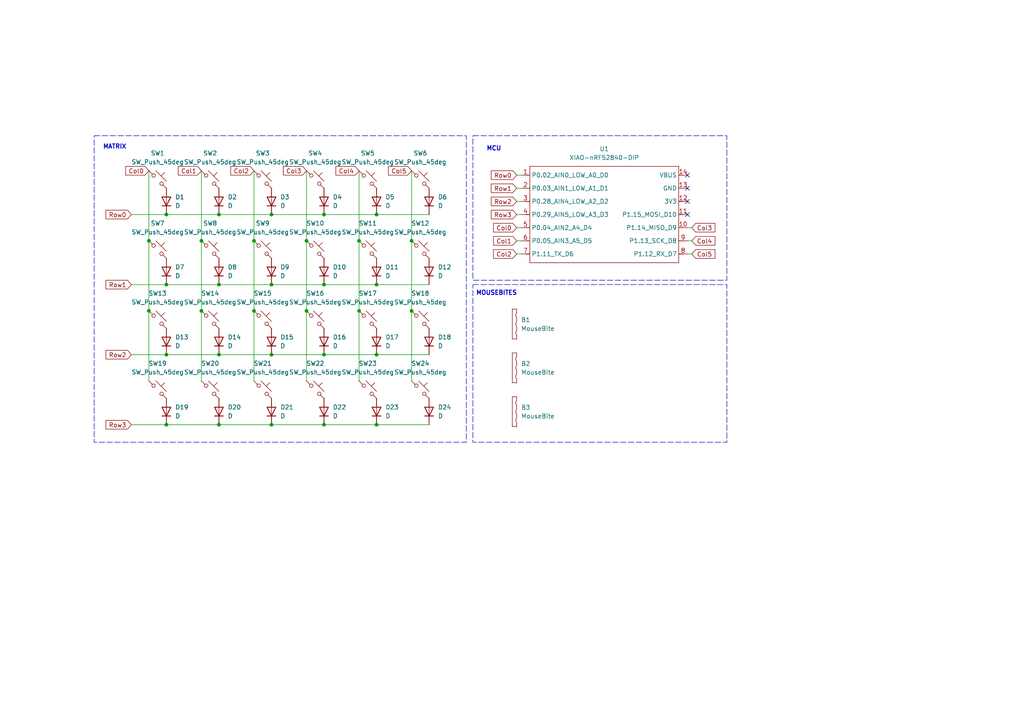
<source format=kicad_sch>
(kicad_sch (version 20250114) (generator "eeschema") (generator_version "9.0")
  (paper "A4")
  (lib_symbols
    (symbol "Device:D" (pin_numbers (hide yes)) (pin_names (offset 1.016) (hide yes))
      (property "Reference" "D" (at 0 2.54 0))
      (property "Value" "D" (at 0 -2.54 0))
      (symbol "D_0_1"
        (polyline (pts (xy -1.27 1.27) (xy -1.27 -1.27)) (stroke (width 0.254)))
        (polyline (pts (xy 1.27 1.27) (xy 1.27 -1.27) (xy -1.27 0) (xy 1.27 1.27)) (stroke (width 0.254)))
        (polyline (pts (xy 1.27 0) (xy -1.27 0)))
      )
      (symbol "D_1_1"
        (pin passive line (at -3.81 0 0) (length 2.54) (name "K") (number "1"))
        (pin passive line (at 3.81 0 180) (length 2.54) (name "A") (number "2"))
      )
    )
    (symbol "Mechanical:MouseBite" (exclude_from_sim yes) (in_bom no)
      (property "Reference" "B" (at 0.635 5.715 0))
      (property "Value" "MouseBite" (at 0.635 -5.08 0))
      (symbol "MouseBite_1_1"
        (polyline (pts (xy 0 4.32) (xy 1.27 4.32)))
        (polyline (pts (xy 0 -4.32) (xy 0 4.32)))
        (polyline (pts (xy 0 -4.32) (xy 1.27 -4.32)))
        (polyline (pts (xy 1.27 4.32) (xy 1.27 3.175)))
        (polyline (pts (xy 1.27 0.635) (xy 1.27 1.905)))
        (polyline (pts (xy 1.27 -1.905) (xy 1.27 -0.635)))
        (polyline (pts (xy 1.27 -3.175) (xy 1.27 -4.445)))
        (arc (start 1.27 1.905) (mid 1.0031 2.54) (end 1.27 3.175))
        (arc (start 1.27 -0.635) (mid 1.0031 0) (end 1.27 0.635))
        (arc (start 1.27 -3.175) (mid 1.007 -2.54) (end 1.27 -1.905))
      )
    )
    (symbol "Switch:SW_Push_45deg" (pin_numbers (hide yes)) (pin_names (offset 1.016) (hide yes))
      (property "Reference" "SW" (at 3.048 1.016 0))
      (property "Value" "SW_Push_45deg" (at 0 -3.81 0))
      (symbol "SW_Push_45deg_0_1"
        (polyline (pts (xy -2.54 2.54) (xy -1.524 1.524) (xy -1.524 1.524)))
        (circle (center -1.1684 1.1684) (radius 0.508))
        (polyline (pts (xy -0.508 2.54) (xy 2.54 -0.508)))
        (polyline (pts (xy 1.016 1.016) (xy 2.032 2.032)))
        (circle (center 1.143 -1.1938) (radius 0.508))
        (polyline (pts (xy 1.524 -1.524) (xy 2.54 -2.54) (xy 2.54 -2.54) (xy 2.54 -2.54)))
        (pin passive line (at -2.54 2.54 0) (length 0) (name "1") (number "1"))
        (pin passive line (at 2.54 -2.54 180) (length 0) (name "2") (number "2"))
      )
    )
    (symbol "XIAO:XIAO-nRF52840-DIP"
      (property "Reference" "U" (at -3.048 1.778 0))
      (property "Value" "XIAO-nRF52840-DIP" (at 3.048 -0.254 0))
      (symbol "XIAO-nRF52840-DIP_1_0"
        (polyline (pts (xy -3.81 -1.27) (xy 39.37 -1.27)) (stroke (width 0.1524)))
        (polyline (pts (xy -3.81 -3.81) (xy -5.08 -3.81)) (stroke (width 0.1524)))
        (polyline (pts (xy -3.81 -3.81) (xy -3.81 -1.27)) (stroke (width 0.1524)))
        (polyline (pts (xy -3.81 -7.62) (xy -5.08 -7.62)) (stroke (width 0.1524)))
        (polyline (pts (xy -3.81 -7.62) (xy -3.81 -3.81)) (stroke (width 0.1524)))
        (polyline (pts (xy -3.81 -11.43) (xy -5.08 -11.43)) (stroke (width 0.1524)))
        (polyline (pts (xy -3.81 -11.43) (xy -3.81 -7.62)) (stroke (width 0.1524)))
        (polyline (pts (xy -3.81 -15.24) (xy -5.08 -15.24)) (stroke (width 0.1524)))
        (polyline (pts (xy -3.81 -15.24) (xy -3.81 -11.43)) (stroke (width 0.1524)))
        (polyline (pts (xy -3.81 -19.05) (xy -5.08 -19.05)) (stroke (width 0.1524)))
        (polyline (pts (xy -3.81 -22.86) (xy -5.08 -22.86)) (stroke (width 0.1524)))
        (polyline (pts (xy -3.81 -26.67) (xy -5.08 -26.67)) (stroke (width 0.1524)))
        (polyline (pts (xy -3.81 -29.21) (xy -3.81 -15.24)) (stroke (width 0.1524)))
        (polyline (pts (xy 39.37 -1.27) (xy 39.37 -3.81)) (stroke (width 0.1524)))
        (polyline (pts (xy 39.37 -3.81) (xy 39.37 -7.62)) (stroke (width 0.1524)))
        (polyline (pts (xy 39.37 -7.62) (xy 39.37 -11.43)) (stroke (width 0.1524)))
        (polyline (pts (xy 39.37 -11.43) (xy 39.37 -29.21)) (stroke (width 0.1524)))
        (polyline (pts (xy 39.37 -29.21) (xy -3.81 -29.21)) (stroke (width 0.1524)))
        (polyline (pts (xy 40.64 -3.81) (xy 39.37 -3.81)) (stroke (width 0.1524)))
        (polyline (pts (xy 40.64 -7.62) (xy 39.37 -7.62)) (stroke (width 0.1524)))
        (polyline (pts (xy 40.64 -11.43) (xy 39.37 -11.43)) (stroke (width 0.1524)))
        (polyline (pts (xy 40.64 -15.24) (xy 39.37 -15.24)) (stroke (width 0.1524)))
        (polyline (pts (xy 40.64 -19.05) (xy 39.37 -19.05)) (stroke (width 0.1524)))
        (polyline (pts (xy 40.64 -22.86) (xy 39.37 -22.86)) (stroke (width 0.1524)))
        (polyline (pts (xy 40.64 -26.67) (xy 39.37 -26.67)) (stroke (width 0.1524)))
        (pin passive line (at -6.35 -3.81 0) (length 2.54) (name "P0.02_AIN0_LOW_A0_D0") (number "1"))
        (pin passive line (at -6.35 -7.62 0) (length 2.54) (name "P0.03_AIN1_LOW_A1_D1") (number "2"))
        (pin passive line (at -6.35 -11.43 0) (length 2.54) (name "P0.28_AIN4_LOW_A2_D2") (number "3"))
        (pin passive line (at -6.35 -15.24 0) (length 2.54) (name "P0.29_AIN5_LOW_A3_D3") (number "4"))
        (pin passive line (at -6.35 -19.05 0) (length 2.54) (name "P0.04_AIN2_A4_D4") (number "5"))
        (pin passive line (at -6.35 -22.86 0) (length 2.54) (name "P0.05_AIN3_A5_D5") (number "6"))
        (pin passive line (at -6.35 -26.67 0) (length 2.54) (name "P1.11_TX_D6") (number "7"))
        (pin passive line (at 41.91 -3.81 180) (length 2.54) (name "VBUS") (number "14"))
        (pin passive line (at 41.91 -7.62 180) (length 2.54) (name "GND") (number "13"))
        (pin passive line (at 41.91 -11.43 180) (length 2.54) (name "3V3") (number "12"))
        (pin passive line (at 41.91 -15.24 180) (length 2.54) (name "P1.15_MOSI_D10") (number "11"))
        (pin passive line (at 41.91 -19.05 180) (length 2.54) (name "P1.14_MISO_D9") (number "10"))
        (pin passive line (at 41.91 -22.86 180) (length 2.54) (name "P1.13_SCK_D8") (number "9"))
        (pin passive line (at 41.91 -26.67 180) (length 2.54) (name "P1.12_RX_D7") (number "8"))
      )
    )
  )
  (rectangle (start 137.16 39.37) (end 210.82 81.28) (stroke (width 0) (type dash)))
  (rectangle (start 137.16 82.55) (end 210.82 128.27) (stroke (width 0) (type dash)))
  (rectangle (start 27.305 39.37) (end 135.255 128.27) (stroke (width 0) (type dash)))
  (text "MOUSEBITES" (at 144.018 85.09 0) (effects (font (size 1.27 1.27) (thickness 0.254) (bold yes))))
  (text "MATRIX" (at 33.274 42.672 0) (effects (font (size 1.27 1.27) (thickness 0.254) (bold yes))))
  (text "MCU\n" (at 143.256 43.18 0) (effects (font (size 1.27 1.27) (thickness 0.254) (bold yes))))
  (junction (at 48.26 102.87))
  (junction (at 93.98 82.55))
  (junction (at 78.74 82.55))
  (junction (at 109.22 102.87))
  (junction (at 78.74 102.87))
  (junction (at 58.42 69.85))
  (junction (at 58.42 90.17))
  (junction (at 63.5 82.55))
  (junction (at 63.5 62.23))
  (junction (at 104.14 90.17))
  (junction (at 109.22 62.23))
  (junction (at 109.22 82.55))
  (junction (at 48.26 123.19))
  (junction (at 48.26 62.23))
  (junction (at 93.98 123.19))
  (junction (at 119.38 69.85))
  (junction (at 63.5 123.19))
  (junction (at 73.66 69.85))
  (junction (at 73.66 90.17))
  (junction (at 88.9 69.85))
  (junction (at 63.5 102.87))
  (junction (at 119.38 90.17))
  (junction (at 109.22 123.19))
  (junction (at 93.98 102.87))
  (junction (at 78.74 62.23))
  (junction (at 78.74 123.19))
  (junction (at 43.18 69.85))
  (junction (at 88.9 90.17))
  (junction (at 93.98 62.23))
  (junction (at 48.26 82.55))
  (junction (at 104.14 69.85))
  (junction (at 43.18 90.17))
  (no_connect (at 199.39 58.42))
  (no_connect (at 199.39 62.23))
  (no_connect (at 199.39 54.61))
  (no_connect (at 199.39 50.8))
  (wire (pts (xy 63.5 123.19) (xy 78.74 123.19)))
  (wire (pts (xy 149.86 69.85) (xy 151.13 69.85)))
  (wire (pts (xy 93.98 102.87) (xy 109.22 102.87)))
  (wire (pts (xy 149.86 54.61) (xy 151.13 54.61)))
  (wire (pts (xy 200.66 66.04) (xy 199.39 66.04)))
  (wire (pts (xy 78.74 102.87) (xy 93.98 102.87)))
  (wire (pts (xy 88.9 90.17) (xy 88.9 110.49)))
  (wire (pts (xy 48.26 62.23) (xy 63.5 62.23)))
  (wire (pts (xy 48.26 102.87) (xy 63.5 102.87)))
  (wire (pts (xy 109.22 102.87) (xy 124.46 102.87)))
  (wire (pts (xy 93.98 62.23) (xy 109.22 62.23)))
  (wire (pts (xy 38.1 123.19) (xy 48.26 123.19)))
  (wire (pts (xy 38.1 62.23) (xy 48.26 62.23)))
  (wire (pts (xy 58.42 49.53) (xy 58.42 69.85)))
  (wire (pts (xy 109.22 82.55) (xy 124.46 82.55)))
  (wire (pts (xy 149.86 58.42) (xy 151.13 58.42)))
  (wire (pts (xy 104.14 90.17) (xy 104.14 110.49)))
  (wire (pts (xy 109.22 62.23) (xy 124.46 62.23)))
  (wire (pts (xy 78.74 62.23) (xy 93.98 62.23)))
  (wire (pts (xy 109.22 123.19) (xy 124.46 123.19)))
  (wire (pts (xy 63.5 102.87) (xy 78.74 102.87)))
  (wire (pts (xy 73.66 69.85) (xy 73.66 90.17)))
  (wire (pts (xy 93.98 82.55) (xy 109.22 82.55)))
  (wire (pts (xy 149.86 66.04) (xy 151.13 66.04)))
  (wire (pts (xy 149.86 73.66) (xy 151.13 73.66)))
  (wire (pts (xy 119.38 69.85) (xy 119.38 90.17)))
  (wire (pts (xy 43.18 90.17) (xy 43.18 110.49)))
  (wire (pts (xy 63.5 82.55) (xy 78.74 82.55)))
  (wire (pts (xy 200.66 73.66) (xy 199.39 73.66)))
  (wire (pts (xy 88.9 49.53) (xy 88.9 69.85)))
  (wire (pts (xy 63.5 62.23) (xy 78.74 62.23)))
  (wire (pts (xy 48.26 82.55) (xy 63.5 82.55)))
  (wire (pts (xy 73.66 90.17) (xy 73.66 110.49)))
  (wire (pts (xy 119.38 90.17) (xy 119.38 110.49)))
  (wire (pts (xy 58.42 90.17) (xy 58.42 110.49)))
  (wire (pts (xy 78.74 82.55) (xy 93.98 82.55)))
  (wire (pts (xy 48.26 123.19) (xy 63.5 123.19)))
  (wire (pts (xy 104.14 49.53) (xy 104.14 69.85)))
  (wire (pts (xy 200.66 69.85) (xy 199.39 69.85)))
  (wire (pts (xy 104.14 69.85) (xy 104.14 90.17)))
  (wire (pts (xy 38.1 82.55) (xy 48.26 82.55)))
  (wire (pts (xy 78.74 123.19) (xy 93.98 123.19)))
  (wire (pts (xy 38.1 102.87) (xy 48.26 102.87)))
  (wire (pts (xy 43.18 69.85) (xy 43.18 90.17)))
  (wire (pts (xy 73.66 49.53) (xy 73.66 69.85)))
  (wire (pts (xy 149.86 50.8) (xy 151.13 50.8)))
  (wire (pts (xy 43.18 49.53) (xy 43.18 69.85)))
  (wire (pts (xy 149.86 62.23) (xy 151.13 62.23)))
  (wire (pts (xy 58.42 69.85) (xy 58.42 90.17)))
  (wire (pts (xy 119.38 49.53) (xy 119.38 69.85)))
  (wire (pts (xy 88.9 69.85) (xy 88.9 90.17)))
  (wire (pts (xy 93.98 123.19) (xy 109.22 123.19)))
  (global_label "Col1" (shape input) (at 149.86 69.85 180) (property "Intersheetrefs" "${INTERSHEET_REFS}" (effects (hide yes))))
  (global_label "Col2" (shape input) (at 73.66 49.53 180) (property "Intersheetrefs" "${INTERSHEET_REFS}" (effects (hide yes))))
  (global_label "Row1" (shape input) (at 38.1 82.55 180) (property "Intersheetrefs" "${INTERSHEET_REFS}" (effects (hide yes))))
  (global_label "Row2" (shape input) (at 149.86 58.42 180) (property "Intersheetrefs" "${INTERSHEET_REFS}" (effects (hide yes))))
  (global_label "Row3" (shape input) (at 149.86 62.23 180) (property "Intersheetrefs" "${INTERSHEET_REFS}" (effects (hide yes))))
  (global_label "Row1" (shape input) (at 149.86 54.61 180) (property "Intersheetrefs" "${INTERSHEET_REFS}" (effects (hide yes))))
  (global_label "Row2" (shape input) (at 38.1 102.87 180) (property "Intersheetrefs" "${INTERSHEET_REFS}" (effects (hide yes))))
  (global_label "Col0" (shape input) (at 43.18 49.53 180) (property "Intersheetrefs" "${INTERSHEET_REFS}" (effects (hide yes))))
  (global_label "Col0" (shape input) (at 149.86 66.04 180) (property "Intersheetrefs" "${INTERSHEET_REFS}" (effects (hide yes))))
  (global_label "Col4" (shape input) (at 200.66 69.85 0) (property "Intersheetrefs" "${INTERSHEET_REFS}" (effects (hide yes))))
  (global_label "Row0" (shape input) (at 149.86 50.8 180) (property "Intersheetrefs" "${INTERSHEET_REFS}" (effects (hide yes))))
  (global_label "Col1" (shape input) (at 58.42 49.53 180) (property "Intersheetrefs" "${INTERSHEET_REFS}" (effects (hide yes))))
  (global_label "Col4" (shape input) (at 104.14 49.53 180) (property "Intersheetrefs" "${INTERSHEET_REFS}" (effects (hide yes))))
  (global_label "Col3" (shape input) (at 200.66 66.04 0) (property "Intersheetrefs" "${INTERSHEET_REFS}" (effects (hide yes))))
  (global_label "Row3" (shape input) (at 38.1 123.19 180) (property "Intersheetrefs" "${INTERSHEET_REFS}" (effects (hide yes))))
  (global_label "Col5" (shape input) (at 200.66 73.66 0) (property "Intersheetrefs" "${INTERSHEET_REFS}" (effects (hide yes))))
  (global_label "Col5" (shape input) (at 119.38 49.53 180) (property "Intersheetrefs" "${INTERSHEET_REFS}" (effects (hide yes))))
  (global_label "Col3" (shape input) (at 88.9 49.53 180) (property "Intersheetrefs" "${INTERSHEET_REFS}" (effects (hide yes))))
  (global_label "Row0" (shape input) (at 38.1 62.23 180) (property "Intersheetrefs" "${INTERSHEET_REFS}" (effects (hide yes))))
  (global_label "Col2" (shape input) (at 149.86 73.66 180) (property "Intersheetrefs" "${INTERSHEET_REFS}" (effects (hide yes))))
  (symbol (lib_id "Device:D") (at 78.74 78.74 90) (unit 1)
    (property "Reference" "D9" (at 81.28 77.4699 90) (effects (justify right)))
    (property "Value" "D" (at 81.28 80.0099 90) (effects (justify right)))
    (property "Footprint" "Diode_SMD:D_SOD-123" (effects (hide yes)))
    (property "Description" "Diode" (effects (hide yes)))
    (property "Sim.Device" "D" (effects (hide yes)))
    (property "Sim.Pins" "1=K 2=A" (effects (hide yes)))
  )
  (symbol (lib_id "Switch:SW_Push_45deg") (at 60.96 92.71 0) (unit 1)
    (property "Reference" "SW14" (at 60.96 85.09 0))
    (property "Value" "SW_Push_45deg" (at 60.96 87.63 0))
    (property "Footprint" "Taps Keyboard shit:SW_Cherry_MX_1.00u_PCB" (effects (hide yes)))
    (property "Description" "Push button switch, normally open, two pins, 45° tilted" (effects (hide yes)))
  )
  (symbol (lib_id "Switch:SW_Push_45deg") (at 60.96 52.07 0) (unit 1)
    (property "Reference" "SW2" (at 60.96 44.45 0))
    (property "Value" "SW_Push_45deg" (at 60.96 46.99 0))
    (property "Footprint" "Taps Keyboard shit:SW_Cherry_MX_1.00u_PCB" (effects (hide yes)))
    (property "Description" "Push button switch, normally open, two pins, 45° tilted" (effects (hide yes)))
  )
  (symbol (lib_id "Switch:SW_Push_45deg") (at 106.68 113.03 0) (unit 1)
    (property "Reference" "SW23" (at 106.68 105.41 0))
    (property "Value" "SW_Push_45deg" (at 106.68 107.95 0))
    (property "Footprint" "Taps Keyboard shit:SW_Cherry_MX_1.00u_PCB" (effects (hide yes)))
    (property "Description" "Push button switch, normally open, two pins, 45° tilted" (effects (hide yes)))
  )
  (symbol (lib_id "Device:D") (at 78.74 58.42 90) (unit 1)
    (property "Reference" "D3" (at 81.28 57.1499 90) (effects (justify right)))
    (property "Value" "D" (at 81.28 59.6899 90) (effects (justify right)))
    (property "Footprint" "Diode_SMD:D_SOD-123" (effects (hide yes)))
    (property "Description" "Diode" (effects (hide yes)))
    (property "Sim.Device" "D" (effects (hide yes)))
    (property "Sim.Pins" "1=K 2=A" (effects (hide yes)))
  )
  (symbol (lib_id "Mechanical:MouseBite") (at 148.59 106.68 0) (unit 1) (exclude_from_sim yes) (in_bom no)
    (property "Reference" "B2" (at 151.13 105.4724 0) (effects (justify left)))
    (property "Value" "MouseBite" (at 151.13 108.0124 0) (effects (justify left)))
    (property "Footprint" "Panelization:MouseBite-Slot_2.0x2.0mm_outset_D0.5mm_P0.85mm_3h" (effects (hide yes)))
    (property "Description" "Mouse bites, break lines" (effects (hide yes)))
  )
  (symbol (lib_id "Device:D") (at 48.26 119.38 90) (unit 1)
    (property "Reference" "D19" (at 50.8 118.1099 90) (effects (justify right)))
    (property "Value" "D" (at 50.8 120.6499 90) (effects (justify right)))
    (property "Footprint" "Diode_SMD:D_SOD-123" (effects (hide yes)))
    (property "Description" "Diode" (effects (hide yes)))
    (property "Sim.Device" "D" (effects (hide yes)))
    (property "Sim.Pins" "1=K 2=A" (effects (hide yes)))
  )
  (symbol (lib_id "Switch:SW_Push_45deg") (at 121.92 52.07 0) (unit 1)
    (property "Reference" "SW6" (at 121.92 44.45 0))
    (property "Value" "SW_Push_45deg" (at 121.92 46.99 0))
    (property "Footprint" "Taps Keyboard shit:SW_Cherry_MX_1.00u_PCB" (effects (hide yes)))
    (property "Description" "Push button switch, normally open, two pins, 45° tilted" (effects (hide yes)))
  )
  (symbol (lib_id "Switch:SW_Push_45deg") (at 76.2 92.71 0) (unit 1)
    (property "Reference" "SW15" (at 76.2 85.09 0))
    (property "Value" "SW_Push_45deg" (at 76.2 87.63 0))
    (property "Footprint" "Taps Keyboard shit:SW_Cherry_MX_1.00u_PCB" (effects (hide yes)))
    (property "Description" "Push button switch, normally open, two pins, 45° tilted" (effects (hide yes)))
  )
  (symbol (lib_id "Switch:SW_Push_45deg") (at 91.44 92.71 0) (unit 1)
    (property "Reference" "SW16" (at 91.44 85.09 0))
    (property "Value" "SW_Push_45deg" (at 91.44 87.63 0))
    (property "Footprint" "Taps Keyboard shit:SW_Cherry_MX_1.00u_PCB" (effects (hide yes)))
    (property "Description" "Push button switch, normally open, two pins, 45° tilted" (effects (hide yes)))
  )
  (symbol (lib_id "Switch:SW_Push_45deg") (at 121.92 113.03 0) (unit 1)
    (property "Reference" "SW24" (at 121.92 105.41 0))
    (property "Value" "SW_Push_45deg" (at 121.92 107.95 0))
    (property "Footprint" "Taps Keyboard shit:SW_Cherry_MX_1.00u_PCB" (effects (hide yes)))
    (property "Description" "Push button switch, normally open, two pins, 45° tilted" (effects (hide yes)))
  )
  (symbol (lib_id "Switch:SW_Push_45deg") (at 121.92 72.39 0) (unit 1)
    (property "Reference" "SW12" (at 121.92 64.77 0))
    (property "Value" "SW_Push_45deg" (at 121.92 67.31 0))
    (property "Footprint" "Taps Keyboard shit:SW_Cherry_MX_1.00u_PCB" (effects (hide yes)))
    (property "Description" "Push button switch, normally open, two pins, 45° tilted" (effects (hide yes)))
  )
  (symbol (lib_id "Device:D") (at 63.5 99.06 90) (unit 1)
    (property "Reference" "D14" (at 66.04 97.7899 90) (effects (justify right)))
    (property "Value" "D" (at 66.04 100.3299 90) (effects (justify right)))
    (property "Footprint" "Diode_SMD:D_SOD-123" (effects (hide yes)))
    (property "Description" "Diode" (effects (hide yes)))
    (property "Sim.Device" "D" (effects (hide yes)))
    (property "Sim.Pins" "1=K 2=A" (effects (hide yes)))
  )
  (symbol (lib_id "Switch:SW_Push_45deg") (at 106.68 92.71 0) (unit 1)
    (property "Reference" "SW17" (at 106.68 85.09 0))
    (property "Value" "SW_Push_45deg" (at 106.68 87.63 0))
    (property "Footprint" "Taps Keyboard shit:SW_Cherry_MX_1.00u_PCB" (effects (hide yes)))
    (property "Description" "Push button switch, normally open, two pins, 45° tilted" (effects (hide yes)))
  )
  (symbol (lib_id "XIAO:XIAO-nRF52840-DIP") (at 157.48 46.99 0) (unit 1)
    (property "Reference" "U1" (at 175.26 43.18 0))
    (property "Value" "XIAO-nRF52840-DIP" (at 175.26 45.72 0))
    (property "Footprint" "XIAO:XIAO-nRF52840-DIP" (effects (hide yes)))
  )
  (symbol (lib_id "Switch:SW_Push_45deg") (at 76.2 72.39 0) (unit 1)
    (property "Reference" "SW9" (at 76.2 64.77 0))
    (property "Value" "SW_Push_45deg" (at 76.2 67.31 0))
    (property "Footprint" "Taps Keyboard shit:SW_Cherry_MX_1.00u_PCB" (effects (hide yes)))
    (property "Description" "Push button switch, normally open, two pins, 45° tilted" (effects (hide yes)))
  )
  (symbol (lib_id "Switch:SW_Push_45deg") (at 91.44 72.39 0) (unit 1)
    (property "Reference" "SW10" (at 91.44 64.77 0))
    (property "Value" "SW_Push_45deg" (at 91.44 67.31 0))
    (property "Footprint" "Taps Keyboard shit:SW_Cherry_MX_1.00u_PCB" (effects (hide yes)))
    (property "Description" "Push button switch, normally open, two pins, 45° tilted" (effects (hide yes)))
  )
  (symbol (lib_id "Switch:SW_Push_45deg") (at 76.2 113.03 0) (unit 1)
    (property "Reference" "SW21" (at 76.2 105.41 0))
    (property "Value" "SW_Push_45deg" (at 76.2 107.95 0))
    (property "Footprint" "Taps Keyboard shit:SW_Cherry_MX_1.00u_PCB" (effects (hide yes)))
    (property "Description" "Push button switch, normally open, two pins, 45° tilted" (effects (hide yes)))
  )
  (symbol (lib_id "Switch:SW_Push_45deg") (at 106.68 72.39 0) (unit 1)
    (property "Reference" "SW11" (at 106.68 64.77 0))
    (property "Value" "SW_Push_45deg" (at 106.68 67.31 0))
    (property "Footprint" "Taps Keyboard shit:SW_Cherry_MX_1.00u_PCB" (effects (hide yes)))
    (property "Description" "Push button switch, normally open, two pins, 45° tilted" (effects (hide yes)))
  )
  (symbol (lib_id "Device:D") (at 124.46 119.38 90) (unit 1)
    (property "Reference" "D24" (at 127 118.1099 90) (effects (justify right)))
    (property "Value" "D" (at 127 120.6499 90) (effects (justify right)))
    (property "Footprint" "Diode_SMD:D_SOD-123" (effects (hide yes)))
    (property "Description" "Diode" (effects (hide yes)))
    (property "Sim.Device" "D" (effects (hide yes)))
    (property "Sim.Pins" "1=K 2=A" (effects (hide yes)))
  )
  (symbol (lib_id "Device:D") (at 63.5 58.42 90) (unit 1)
    (property "Reference" "D2" (at 66.04 57.1499 90) (effects (justify right)))
    (property "Value" "D" (at 66.04 59.6899 90) (effects (justify right)))
    (property "Footprint" "Diode_SMD:D_SOD-123" (effects (hide yes)))
    (property "Description" "Diode" (effects (hide yes)))
    (property "Sim.Device" "D" (effects (hide yes)))
    (property "Sim.Pins" "1=K 2=A" (effects (hide yes)))
  )
  (symbol (lib_id "Switch:SW_Push_45deg") (at 45.72 113.03 0) (unit 1)
    (property "Reference" "SW19" (at 45.72 105.41 0))
    (property "Value" "SW_Push_45deg" (at 45.72 107.95 0))
    (property "Footprint" "Taps Keyboard shit:SW_Cherry_MX_1.00u_PCB" (effects (hide yes)))
    (property "Description" "Push button switch, normally open, two pins, 45° tilted" (effects (hide yes)))
  )
  (symbol (lib_id "Device:D") (at 109.22 119.38 90) (unit 1)
    (property "Reference" "D23" (at 111.76 118.1099 90) (effects (justify right)))
    (property "Value" "D" (at 111.76 120.6499 90) (effects (justify right)))
    (property "Footprint" "Diode_SMD:D_SOD-123" (effects (hide yes)))
    (property "Description" "Diode" (effects (hide yes)))
    (property "Sim.Device" "D" (effects (hide yes)))
    (property "Sim.Pins" "1=K 2=A" (effects (hide yes)))
  )
  (symbol (lib_id "Mechanical:MouseBite") (at 148.59 93.98 0) (unit 1) (exclude_from_sim yes) (in_bom no)
    (property "Reference" "B1" (at 151.13 92.7724 0) (effects (justify left)))
    (property "Value" "MouseBite" (at 151.13 95.3124 0) (effects (justify left)))
    (property "Footprint" "Panelization:MouseBite-Slot_2.0x2.0mm_outset_D0.5mm_P0.85mm_3h" (effects (hide yes)))
    (property "Description" "Mouse bites, break lines" (effects (hide yes)))
  )
  (symbol (lib_id "Switch:SW_Push_45deg") (at 121.92 92.71 0) (unit 1)
    (property "Reference" "SW18" (at 121.92 85.09 0))
    (property "Value" "SW_Push_45deg" (at 121.92 87.63 0))
    (property "Footprint" "Taps Keyboard shit:SW_Cherry_MX_1.00u_PCB" (effects (hide yes)))
    (property "Description" "Push button switch, normally open, two pins, 45° tilted" (effects (hide yes)))
  )
  (symbol (lib_id "Device:D") (at 78.74 99.06 90) (unit 1)
    (property "Reference" "D15" (at 81.28 97.7899 90) (effects (justify right)))
    (property "Value" "D" (at 81.28 100.3299 90) (effects (justify right)))
    (property "Footprint" "Diode_SMD:D_SOD-123" (effects (hide yes)))
    (property "Description" "Diode" (effects (hide yes)))
    (property "Sim.Device" "D" (effects (hide yes)))
    (property "Sim.Pins" "1=K 2=A" (effects (hide yes)))
  )
  (symbol (lib_id "Device:D") (at 124.46 78.74 90) (unit 1)
    (property "Reference" "D12" (at 127 77.4699 90) (effects (justify right)))
    (property "Value" "D" (at 127 80.0099 90) (effects (justify right)))
    (property "Footprint" "Diode_SMD:D_SOD-123" (effects (hide yes)))
    (property "Description" "Diode" (effects (hide yes)))
    (property "Sim.Device" "D" (effects (hide yes)))
    (property "Sim.Pins" "1=K 2=A" (effects (hide yes)))
  )
  (symbol (lib_id "Device:D") (at 124.46 58.42 90) (unit 1)
    (property "Reference" "D6" (at 127 57.1499 90) (effects (justify right)))
    (property "Value" "D" (at 127 59.6899 90) (effects (justify right)))
    (property "Footprint" "Diode_SMD:D_SOD-123" (effects (hide yes)))
    (property "Description" "Diode" (effects (hide yes)))
    (property "Sim.Device" "D" (effects (hide yes)))
    (property "Sim.Pins" "1=K 2=A" (effects (hide yes)))
  )
  (symbol (lib_id "Device:D") (at 124.46 99.06 90) (unit 1)
    (property "Reference" "D18" (at 127 97.7899 90) (effects (justify right)))
    (property "Value" "D" (at 127 100.3299 90) (effects (justify right)))
    (property "Footprint" "Diode_SMD:D_SOD-123" (effects (hide yes)))
    (property "Description" "Diode" (effects (hide yes)))
    (property "Sim.Device" "D" (effects (hide yes)))
    (property "Sim.Pins" "1=K 2=A" (effects (hide yes)))
  )
  (symbol (lib_id "Switch:SW_Push_45deg") (at 91.44 52.07 0) (unit 1)
    (property "Reference" "SW4" (at 91.44 44.45 0))
    (property "Value" "SW_Push_45deg" (at 91.44 46.99 0))
    (property "Footprint" "Taps Keyboard shit:SW_Cherry_MX_1.00u_PCB" (effects (hide yes)))
    (property "Description" "Push button switch, normally open, two pins, 45° tilted" (effects (hide yes)))
  )
  (symbol (lib_id "Device:D") (at 63.5 78.74 90) (unit 1)
    (property "Reference" "D8" (at 66.04 77.4699 90) (effects (justify right)))
    (property "Value" "D" (at 66.04 80.0099 90) (effects (justify right)))
    (property "Footprint" "Diode_SMD:D_SOD-123" (effects (hide yes)))
    (property "Description" "Diode" (effects (hide yes)))
    (property "Sim.Device" "D" (effects (hide yes)))
    (property "Sim.Pins" "1=K 2=A" (effects (hide yes)))
  )
  (symbol (lib_id "Device:D") (at 93.98 78.74 90) (unit 1)
    (property "Reference" "D10" (at 96.52 77.4699 90) (effects (justify right)))
    (property "Value" "D" (at 96.52 80.0099 90) (effects (justify right)))
    (property "Footprint" "Diode_SMD:D_SOD-123" (effects (hide yes)))
    (property "Description" "Diode" (effects (hide yes)))
    (property "Sim.Device" "D" (effects (hide yes)))
    (property "Sim.Pins" "1=K 2=A" (effects (hide yes)))
  )
  (symbol (lib_id "Switch:SW_Push_45deg") (at 45.72 92.71 0) (unit 1)
    (property "Reference" "SW13" (at 45.72 85.09 0))
    (property "Value" "SW_Push_45deg" (at 45.72 87.63 0))
    (property "Footprint" "Taps Keyboard shit:SW_Cherry_MX_1.00u_PCB" (effects (hide yes)))
    (property "Description" "Push button switch, normally open, two pins, 45° tilted" (effects (hide yes)))
  )
  (symbol (lib_id "Switch:SW_Push_45deg") (at 60.96 72.39 0) (unit 1)
    (property "Reference" "SW8" (at 60.96 64.77 0))
    (property "Value" "SW_Push_45deg" (at 60.96 67.31 0))
    (property "Footprint" "Taps Keyboard shit:SW_Cherry_MX_1.00u_PCB" (effects (hide yes)))
    (property "Description" "Push button switch, normally open, two pins, 45° tilted" (effects (hide yes)))
  )
  (symbol (lib_id "Device:D") (at 48.26 58.42 90) (unit 1)
    (property "Reference" "D1" (at 50.8 57.1499 90) (effects (justify right)))
    (property "Value" "D" (at 50.8 59.6899 90) (effects (justify right)))
    (property "Footprint" "Diode_SMD:D_SOD-123" (effects (hide yes)))
    (property "Description" "Diode" (effects (hide yes)))
    (property "Sim.Device" "D" (effects (hide yes)))
    (property "Sim.Pins" "1=K 2=A" (effects (hide yes)))
  )
  (symbol (lib_id "Switch:SW_Push_45deg") (at 106.68 52.07 0) (unit 1)
    (property "Reference" "SW5" (at 106.68 44.45 0))
    (property "Value" "SW_Push_45deg" (at 106.68 46.99 0))
    (property "Footprint" "Taps Keyboard shit:SW_Cherry_MX_1.00u_PCB" (effects (hide yes)))
    (property "Description" "Push button switch, normally open, two pins, 45° tilted" (effects (hide yes)))
  )
  (symbol (lib_id "Mechanical:MouseBite") (at 148.59 119.38 0) (unit 1) (exclude_from_sim yes) (in_bom no)
    (property "Reference" "B3" (at 151.13 118.1724 0) (effects (justify left)))
    (property "Value" "MouseBite" (at 151.13 120.7124 0) (effects (justify left)))
    (property "Footprint" "Panelization:MouseBite-Slot_2.0x2.0mm_outset_D0.5mm_P0.85mm_3h" (effects (hide yes)))
    (property "Description" "Mouse bites, break lines" (effects (hide yes)))
  )
  (symbol (lib_id "Switch:SW_Push_45deg") (at 76.2 52.07 0) (unit 1)
    (property "Reference" "SW3" (at 76.2 44.45 0))
    (property "Value" "SW_Push_45deg" (at 76.2 46.99 0))
    (property "Footprint" "Taps Keyboard shit:SW_Cherry_MX_1.00u_PCB" (effects (hide yes)))
    (property "Description" "Push button switch, normally open, two pins, 45° tilted" (effects (hide yes)))
  )
  (symbol (lib_id "Device:D") (at 109.22 78.74 90) (unit 1)
    (property "Reference" "D11" (at 111.76 77.4699 90) (effects (justify right)))
    (property "Value" "D" (at 111.76 80.0099 90) (effects (justify right)))
    (property "Footprint" "Diode_SMD:D_SOD-123" (effects (hide yes)))
    (property "Description" "Diode" (effects (hide yes)))
    (property "Sim.Device" "D" (effects (hide yes)))
    (property "Sim.Pins" "1=K 2=A" (effects (hide yes)))
  )
  (symbol (lib_id "Switch:SW_Push_45deg") (at 60.96 113.03 0) (unit 1)
    (property "Reference" "SW20" (at 60.96 105.41 0))
    (property "Value" "SW_Push_45deg" (at 60.96 107.95 0))
    (property "Footprint" "Taps Keyboard shit:SW_Cherry_MX_1.00u_PCB" (effects (hide yes)))
    (property "Description" "Push button switch, normally open, two pins, 45° tilted" (effects (hide yes)))
  )
  (symbol (lib_id "Device:D") (at 109.22 58.42 90) (unit 1)
    (property "Reference" "D5" (at 111.76 57.1499 90) (effects (justify right)))
    (property "Value" "D" (at 111.76 59.6899 90) (effects (justify right)))
    (property "Footprint" "Diode_SMD:D_SOD-123" (effects (hide yes)))
    (property "Description" "Diode" (effects (hide yes)))
    (property "Sim.Device" "D" (effects (hide yes)))
    (property "Sim.Pins" "1=K 2=A" (effects (hide yes)))
  )
  (symbol (lib_id "Device:D") (at 93.98 58.42 90) (unit 1)
    (property "Reference" "D4" (at 96.52 57.1499 90) (effects (justify right)))
    (property "Value" "D" (at 96.52 59.6899 90) (effects (justify right)))
    (property "Footprint" "Diode_SMD:D_SOD-123" (effects (hide yes)))
    (property "Description" "Diode" (effects (hide yes)))
    (property "Sim.Device" "D" (effects (hide yes)))
    (property "Sim.Pins" "1=K 2=A" (effects (hide yes)))
  )
  (symbol (lib_id "Device:D") (at 78.74 119.38 90) (unit 1)
    (property "Reference" "D21" (at 81.28 118.1099 90) (effects (justify right)))
    (property "Value" "D" (at 81.28 120.6499 90) (effects (justify right)))
    (property "Footprint" "Diode_SMD:D_SOD-123" (effects (hide yes)))
    (property "Description" "Diode" (effects (hide yes)))
    (property "Sim.Device" "D" (effects (hide yes)))
    (property "Sim.Pins" "1=K 2=A" (effects (hide yes)))
  )
  (symbol (lib_id "Device:D") (at 93.98 119.38 90) (unit 1)
    (property "Reference" "D22" (at 96.52 118.1099 90) (effects (justify right)))
    (property "Value" "D" (at 96.52 120.6499 90) (effects (justify right)))
    (property "Footprint" "Diode_SMD:D_SOD-123" (effects (hide yes)))
    (property "Description" "Diode" (effects (hide yes)))
    (property "Sim.Device" "D" (effects (hide yes)))
    (property "Sim.Pins" "1=K 2=A" (effects (hide yes)))
  )
  (symbol (lib_id "Device:D") (at 93.98 99.06 90) (unit 1)
    (property "Reference" "D16" (at 96.52 97.7899 90) (effects (justify right)))
    (property "Value" "D" (at 96.52 100.3299 90) (effects (justify right)))
    (property "Footprint" "Diode_SMD:D_SOD-123" (effects (hide yes)))
    (property "Description" "Diode" (effects (hide yes)))
    (property "Sim.Device" "D" (effects (hide yes)))
    (property "Sim.Pins" "1=K 2=A" (effects (hide yes)))
  )
  (symbol (lib_id "Device:D") (at 48.26 78.74 90) (unit 1)
    (property "Reference" "D7" (at 50.8 77.4699 90) (effects (justify right)))
    (property "Value" "D" (at 50.8 80.0099 90) (effects (justify right)))
    (property "Footprint" "Diode_SMD:D_SOD-123" (effects (hide yes)))
    (property "Description" "Diode" (effects (hide yes)))
    (property "Sim.Device" "D" (effects (hide yes)))
    (property "Sim.Pins" "1=K 2=A" (effects (hide yes)))
  )
  (symbol (lib_id "Switch:SW_Push_45deg") (at 45.72 72.39 0) (unit 1)
    (property "Reference" "SW7" (at 45.72 64.77 0))
    (property "Value" "SW_Push_45deg" (at 45.72 67.31 0))
    (property "Footprint" "Taps Keyboard shit:SW_Cherry_MX_1.00u_PCB" (effects (hide yes)))
    (property "Description" "Push button switch, normally open, two pins, 45° tilted" (effects (hide yes)))
  )
  (symbol (lib_id "Device:D") (at 109.22 99.06 90) (unit 1)
    (property "Reference" "D17" (at 111.76 97.7899 90) (effects (justify right)))
    (property "Value" "D" (at 111.76 100.3299 90) (effects (justify right)))
    (property "Footprint" "Diode_SMD:D_SOD-123" (effects (hide yes)))
    (property "Description" "Diode" (effects (hide yes)))
    (property "Sim.Device" "D" (effects (hide yes)))
    (property "Sim.Pins" "1=K 2=A" (effects (hide yes)))
  )
  (symbol (lib_id "Device:D") (at 48.26 99.06 90) (unit 1)
    (property "Reference" "D13" (at 50.8 97.7899 90) (effects (justify right)))
    (property "Value" "D" (at 50.8 100.3299 90) (effects (justify right)))
    (property "Footprint" "Diode_SMD:D_SOD-123" (effects (hide yes)))
    (property "Description" "Diode" (effects (hide yes)))
    (property "Sim.Device" "D" (effects (hide yes)))
    (property "Sim.Pins" "1=K 2=A" (effects (hide yes)))
  )
  (symbol (lib_id "Device:D") (at 63.5 119.38 90) (unit 1)
    (property "Reference" "D20" (at 66.04 118.1099 90) (effects (justify right)))
    (property "Value" "D" (at 66.04 120.6499 90) (effects (justify right)))
    (property "Footprint" "Diode_SMD:D_SOD-123" (effects (hide yes)))
    (property "Description" "Diode" (effects (hide yes)))
    (property "Sim.Device" "D" (effects (hide yes)))
    (property "Sim.Pins" "1=K 2=A" (effects (hide yes)))
  )
  (symbol (lib_id "Switch:SW_Push_45deg") (at 91.44 113.03 0) (unit 1)
    (property "Reference" "SW22" (at 91.44 105.41 0))
    (property "Value" "SW_Push_45deg" (at 91.44 107.95 0))
    (property "Footprint" "Taps Keyboard shit:SW_Cherry_MX_1.00u_PCB" (effects (hide yes)))
    (property "Description" "Push button switch, normally open, two pins, 45° tilted" (effects (hide yes)))
  )
  (symbol (lib_id "Switch:SW_Push_45deg") (at 45.72 52.07 0) (unit 1)
    (property "Reference" "SW1" (at 45.72 44.45 0))
    (property "Value" "SW_Push_45deg" (at 45.72 46.99 0))
    (property "Footprint" "Taps Keyboard shit:SW_Cherry_MX_1.00u_PCB" (effects (hide yes)))
    (property "Description" "Push button switch, normally open, two pins, 45° tilted" (effects (hide yes)))
  )
)
</source>
